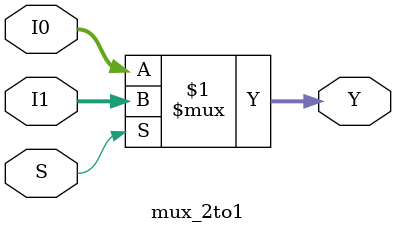
<source format=v>
module mux_2to1(I0,I1,S,Y);

output [3:0]Y;
input [3:0]I0,I1;
input S;

assign Y=(S?I1:I0);

endmodule

</source>
